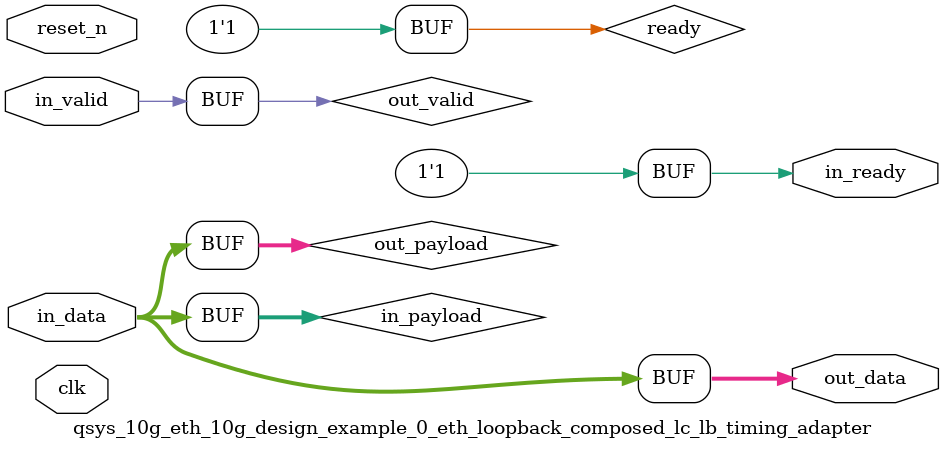
<source format=v>

`timescale 1ns / 100ps
module qsys_10g_eth_10g_design_example_0_eth_loopback_composed_lc_lb_timing_adapter (
    
      // Interface: clk
      input              clk,
      // Interface: reset
      input              reset_n,
      // Interface: in
      output reg         in_ready,
      input              in_valid,
      input      [71: 0] in_data,
      // Interface: out
      output reg [71: 0] out_data
);




   // ---------------------------------------------------------------------
   //| Signal Declarations
   // ---------------------------------------------------------------------

   reg  [71: 0] in_payload;
   reg  [71: 0] out_payload;
   reg  [ 0: 0] ready;
   reg          out_valid;
   // synthesis translate_off
   always @(negedge out_valid) begin
      $display("%m: The downstream component expects valid data, but the upstream component cannot provide it.");
   end
   // synthesis translate_on


   // ---------------------------------------------------------------------
   //| Payload Mapping
   // ---------------------------------------------------------------------
   always @* begin
     in_payload = {in_data};
     {out_data} = out_payload;
   end

   // ---------------------------------------------------------------------
   //| Ready & valid signals.
   // ---------------------------------------------------------------------
   always @* begin
     ready[0] = 1;
     out_valid = in_valid;
     out_payload = in_payload;
     in_ready = ready[0];
   end




endmodule


</source>
